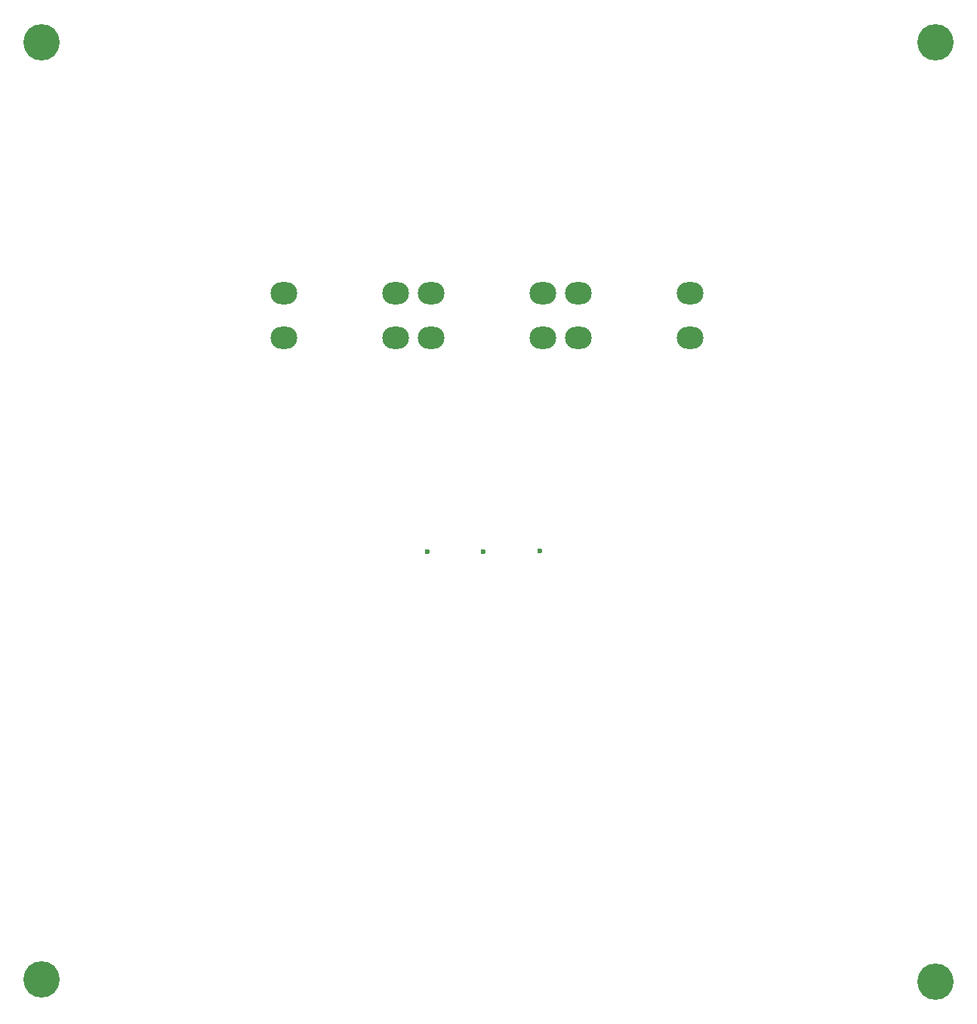
<source format=gbr>
%TF.GenerationSoftware,KiCad,Pcbnew,(5.1.9)-1*%
%TF.CreationDate,2025-05-03T12:54:25-07:00*%
%TF.ProjectId,RADA3K,52414441-334b-42e6-9b69-6361645f7063,rev?*%
%TF.SameCoordinates,Original*%
%TF.FileFunction,Copper,L2,Inr*%
%TF.FilePolarity,Positive*%
%FSLAX46Y46*%
G04 Gerber Fmt 4.6, Leading zero omitted, Abs format (unit mm)*
G04 Created by KiCad (PCBNEW (5.1.9)-1) date 2025-05-03 12:54:25*
%MOMM*%
%LPD*%
G01*
G04 APERTURE LIST*
%TA.AperFunction,ComponentPad*%
%ADD10O,3.000000X2.500000*%
%TD*%
%TA.AperFunction,ComponentPad*%
%ADD11C,4.064000*%
%TD*%
%TA.AperFunction,ViaPad*%
%ADD12C,0.600000*%
%TD*%
G04 APERTURE END LIST*
D10*
%TO.N,GND*%
%TO.C,SW3*%
X109505000Y-58400000D03*
%TO.N,/GPIO_1_1*%
X109505000Y-63400000D03*
%TO.N,GND*%
X97005000Y-58400000D03*
%TO.N,/GPIO_1_1*%
X97005000Y-63400000D03*
%TD*%
%TO.N,GND*%
%TO.C,SW1*%
X76485000Y-58400000D03*
%TO.N,/FPGA__RST*%
X76485000Y-63400000D03*
%TO.N,GND*%
X63985000Y-58400000D03*
%TO.N,/FPGA__RST*%
X63985000Y-63400000D03*
%TD*%
%TO.N,GND*%
%TO.C,SW2*%
X92995000Y-58400000D03*
%TO.N,/GPIO_1_3*%
X92995000Y-63400000D03*
%TO.N,GND*%
X80495000Y-58400000D03*
%TO.N,/GPIO_1_3*%
X80495000Y-63400000D03*
%TD*%
D11*
%TO.N,N/C*%
%TO.C,GND*%
X36791900Y-135242300D03*
%TD*%
%TO.N,N/C*%
%TO.C,GND*%
X137063972Y-135496300D03*
%TD*%
%TO.N,N/C*%
%TO.C,GND*%
X36791900Y-30314900D03*
%TD*%
%TO.N,N/C*%
%TO.C,GND*%
X137063972Y-30314900D03*
%TD*%
D12*
%TO.N,GND*%
X86350000Y-87350000D03*
%TO.N,Net-(D1-Pad2)*%
X80050000Y-87350000D03*
%TO.N,Net-(D2-Pad2)*%
X92700000Y-87300000D03*
%TD*%
M02*

</source>
